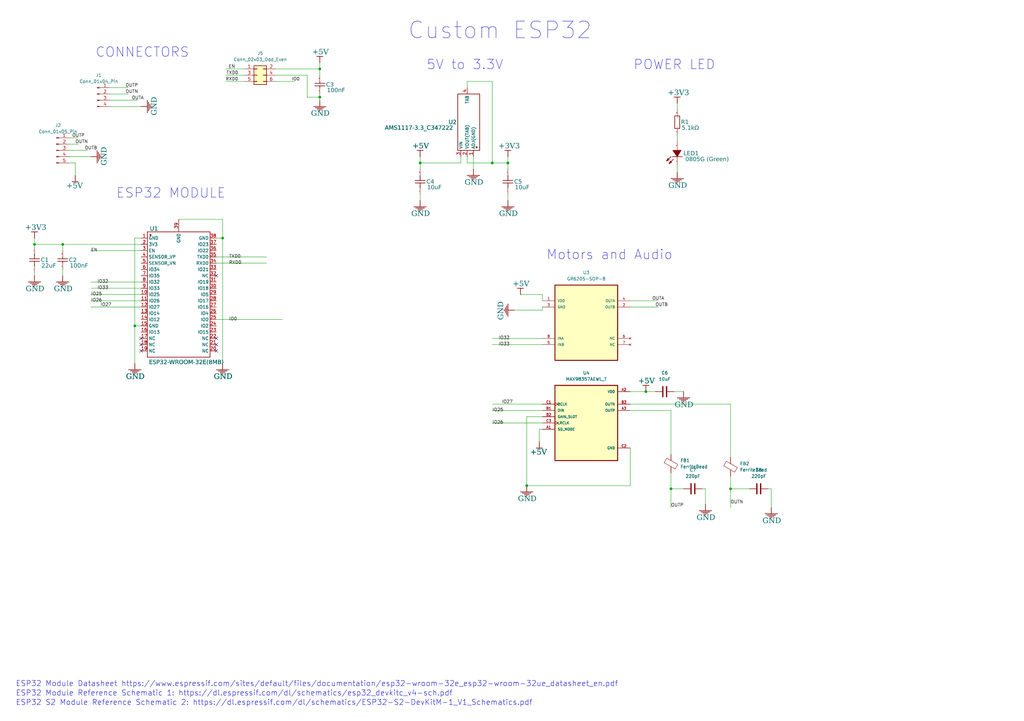
<source format=kicad_sch>
(kicad_sch (version 20231120) (generator "eeschema") (generator_version "8.0")
  (paper "User" 414.782 292.227)
  (lib_symbols
    (symbol "+3V3" (power) (pin_numbers hide) (pin_names hide)
      (property "Value" "+3V3" (at 0 3.81 0))
      (symbol "+3V3_0_0"
        (polyline (pts (xy -1.27 -2.54) (xy 1.27 -2.54)) (stroke (width 0.254)))
        (polyline (pts (xy 0 0) (xy 0 -2.54)) (stroke (width 0.254)))
        (pin power_in line (at 0 0 270) (length 0) (name "+3V3") (number "1"))
      )
    )
    (symbol "+5V" (power) (pin_numbers hide) (pin_names hide)
      (property "Value" "+5V" (at 0 3.81 0))
      (symbol "+5V_0_0"
        (polyline (pts (xy -1.27 -2.54) (xy 1.27 -2.54)) (stroke (width 0.254)))
        (polyline (pts (xy 0 0) (xy 0 -2.54)) (stroke (width 0.254)))
        (pin power_in line (at 0 0 270) (length 0) (name "+5V") (number "1"))
      )
    )
    (symbol "0402WGF5101TCE"
      (property "Reference" "R1" (at 1.524 0.8763 0))
      (property "Value" "5.1kΩ" (at 1.524 -1.4097 0))
      (symbol "0402WGF5101TCE_0_0"
        (rectangle (start -1.016 2.54) (end 1.016 -2.54) (stroke (width 0.254)))
        (pin input line (at 0 -5.08 90) (length 2.54) (name "1") (number "1"))
        (pin input line (at 0 5.08 270) (length 2.54) (name "2") (number "2"))
      )
    )
    (symbol "0805G (Green)"
      (property "Reference" "LED1" (at 2.54 0.9017 0))
      (property "Value" "0805G (Green)" (at 2.54 -1.4097 0))
      (symbol "0805G (Green)_0_0"
        (polyline (pts (xy -2.54 -1.27) (xy -4.318 -3.048)) (stroke (width 0.254)))
        (polyline (pts (xy -2.032 -1.27) (xy 2.032 -1.27)) (stroke (width 0.254)))
        (polyline (pts (xy -1.524 -2.286) (xy -3.302 -4.064)) (stroke (width 0.254)))
        (polyline (pts (xy -4.318 -3.048) (xy -3.81 -2.032) (xy -3.302 -2.54) (xy -4.318 -3.048)) (stroke (width 0.254)) (fill (type outline)))
        (polyline (pts (xy -3.302 -4.064) (xy -2.794 -3.048) (xy -2.286 -3.556) (xy -3.302 -4.064)) (stroke (width 0.254)) (fill (type outline)))
        (polyline (pts (xy 1.524 1.27) (xy 0 -1.27) (xy -1.778 1.27) (xy 1.524 1.27)) (stroke (width 0.254)) (fill (type outline)))
        (pin unspecified line (at 0 -5.08 90) (length 3.81) (name "K") (number "1"))
        (pin unspecified line (at 0 5.08 270) (length 3.81) (name "A") (number "2"))
      )
    )
    (symbol "AMS1117-3.3_C347222"
      (property "Reference" "U1" (at -4.318 -0.4191 0))
      (property "Value" "AMS1117-3.3_C347222" (at -4.318 -2.6543 0))
      (symbol "AMS1117-3.3_C347222_0_0"
        (rectangle (start -3.81 10.16) (end 5.08 -12.7) (stroke (width 0.254)))
        (circle (center 3.81 -11.43) (radius 0.254) (stroke (width 0.254)) (fill (type outline)))
        (pin unspecified line (at 2.54 -15.24 90) (length 2.54) (name "ADJ(GND)") (number "1"))
        (pin unspecified line (at 0 -15.24 90) (length 2.54) (name "VOUT(TAB)") (number "2"))
        (pin unspecified line (at -2.54 -15.24 90) (length 2.54) (name "VIN") (number "3"))
        (pin unspecified line (at 0 12.7 270) (length 2.54) (name "TAB") (number "4"))
      )
    )
    (symbol "CL05A106MP5NUNC_C315248"
      (property "Reference" "C1" (at 2.54 0.8509 0))
      (property "Value" "10uF" (at 2.54 -1.3843 0))
      (symbol "CL05A106MP5NUNC_C315248_0_0"
        (polyline (pts (xy -2.032 0.508) (xy 2.032 0.508)) (stroke (width 0.254)))
        (polyline (pts (xy 0 -0.508) (xy 0 -2.54)) (stroke (width 0.254)))
        (polyline (pts (xy 0 2.54) (xy 0 0.508)) (stroke (width 0.254)))
        (polyline (pts (xy 2.032 -0.508) (xy -2.032 -0.508)) (stroke (width 0.254)))
        (pin unspecified line (at 0 -5.08 90) (length 2.54) (name "1") (number "1"))
        (pin unspecified line (at 0 5.08 270) (length 2.54) (name "2") (number "2"))
      )
    )
    (symbol "CL05A106MP5NUNC_C315248_1"
      (property "Reference" "C2" (at 2.54 0.8509 0))
      (property "Value" "10uF" (at 2.54 -1.3843 0))
      (symbol "CL05A106MP5NUNC_C315248_1_0_0"
        (polyline (pts (xy -2.032 0.508) (xy 2.032 0.508)) (stroke (width 0.254)))
        (polyline (pts (xy 0 -0.508) (xy 0 -2.54)) (stroke (width 0.254)))
        (polyline (pts (xy 0 2.54) (xy 0 0.508)) (stroke (width 0.254)))
        (polyline (pts (xy 2.032 -0.508) (xy -2.032 -0.508)) (stroke (width 0.254)))
        (pin unspecified line (at 0 -5.08 90) (length 2.54) (name "1") (number "1"))
        (pin unspecified line (at 0 5.08 270) (length 2.54) (name "2") (number "2"))
      )
    )
    (symbol "CL05B104KO5NNNC_1"
      (property "Reference" "C11" (at 2.54 0.8509 0))
      (property "Value" "100nF" (at 2.54 -1.3843 0))
      (symbol "CL05B104KO5NNNC_1_0_0"
        (polyline (pts (xy -2.032 -0.508) (xy 2.032 -0.508)) (stroke (width 0.254)))
        (polyline (pts (xy -2.032 0.508) (xy 2.032 0.508)) (stroke (width 0.254)))
        (polyline (pts (xy 0 -1.27) (xy 0 -0.508)) (stroke (width 0.254)))
        (polyline (pts (xy 0 0.508) (xy 0 1.27)) (stroke (width 0.254)))
        (pin input line (at 0 -3.81 90) (length 2.54) (name "1") (number "1"))
        (pin input line (at 0 3.81 270) (length 2.54) (name "2") (number "2"))
      )
    )
    (symbol "CL05B104KO5NNNC_5"
      (property "Reference" "C12" (at 2.54 0.8509 0))
      (property "Value" "100nF" (at 2.54 -1.3843 0))
      (symbol "CL05B104KO5NNNC_5_0_0"
        (polyline (pts (xy -2.032 -0.508) (xy 2.032 -0.508)) (stroke (width 0.254)))
        (polyline (pts (xy -2.032 0.508) (xy 2.032 0.508)) (stroke (width 0.254)))
        (polyline (pts (xy 0 -1.27) (xy 0 -0.508)) (stroke (width 0.254)))
        (polyline (pts (xy 0 0.508) (xy 0 1.27)) (stroke (width 0.254)))
        (pin input line (at 0 -3.81 90) (length 2.54) (name "1") (number "1"))
        (pin input line (at 0 3.81 270) (length 2.54) (name "2") (number "2"))
      )
    )
    (symbol "CL21A226MAYNNNE"
      (property "Reference" "C10" (at 2.54 0.8763 0))
      (property "Value" "22uF" (at 2.54 -1.4097 0))
      (symbol "CL21A226MAYNNNE_0_0"
        (polyline (pts (xy -2.032 0.508) (xy 2.032 0.508)) (stroke (width 0.254)))
        (polyline (pts (xy 0 -0.508) (xy 0 -2.54)) (stroke (width 0.254)))
        (polyline (pts (xy 0 2.54) (xy 0 0.508)) (stroke (width 0.254)))
        (polyline (pts (xy 2.032 -0.508) (xy -2.032 -0.508)) (stroke (width 0.254)))
        (pin unspecified line (at 0 -5.08 90) (length 2.54) (name "1") (number "1"))
        (pin unspecified line (at 0 5.08 270) (length 2.54) (name "2") (number "2"))
      )
    )
    (symbol "Connector:Conn_01x04_Pin" (pin_names (offset 1.016) hide)
      (property "Reference" "J" (at 0 5.08 0))
      (property "Value" "Conn_01x04_Pin" (at 0 -7.62 0))
      (symbol "Conn_01x04_Pin_1_1"
        (polyline (pts (xy 1.27 -5.08) (xy 0.8636 -5.08)) (stroke (width 0.1524)))
        (polyline (pts (xy 1.27 -2.54) (xy 0.8636 -2.54)) (stroke (width 0.1524)))
        (polyline (pts (xy 1.27 0) (xy 0.8636 0)) (stroke (width 0.1524)))
        (polyline (pts (xy 1.27 2.54) (xy 0.8636 2.54)) (stroke (width 0.1524)))
        (rectangle (start 0.8636 -4.953) (end 0 -5.207) (stroke (width 0.1524)) (fill (type outline)))
        (rectangle (start 0.8636 -2.413) (end 0 -2.667) (stroke (width 0.1524)) (fill (type outline)))
        (rectangle (start 0.8636 0.127) (end 0 -0.127) (stroke (width 0.1524)) (fill (type outline)))
        (rectangle (start 0.8636 2.667) (end 0 2.413) (stroke (width 0.1524)) (fill (type outline)))
        (pin passive line (at 5.08 2.54 180) (length 3.81) (name "Pin_1") (number "1"))
        (pin passive line (at 5.08 0 180) (length 3.81) (name "Pin_2") (number "2"))
        (pin passive line (at 5.08 -2.54 180) (length 3.81) (name "Pin_3") (number "3"))
        (pin passive line (at 5.08 -5.08 180) (length 3.81) (name "Pin_4") (number "4"))
      )
    )
    (symbol "Connector:Conn_01x05_Pin" (pin_names (offset 1.016) hide)
      (property "Reference" "J" (at 0 7.62 0))
      (property "Value" "Conn_01x05_Pin" (at 0 -7.62 0))
      (symbol "Conn_01x05_Pin_1_1"
        (polyline (pts (xy 1.27 -5.08) (xy 0.8636 -5.08)) (stroke (width 0.1524)))
        (polyline (pts (xy 1.27 -2.54) (xy 0.8636 -2.54)) (stroke (width 0.1524)))
        (polyline (pts (xy 1.27 0) (xy 0.8636 0)) (stroke (width 0.1524)))
        (polyline (pts (xy 1.27 2.54) (xy 0.8636 2.54)) (stroke (width 0.1524)))
        (polyline (pts (xy 1.27 5.08) (xy 0.8636 5.08)) (stroke (width 0.1524)))
        (rectangle (start 0.8636 -4.953) (end 0 -5.207) (stroke (width 0.1524)) (fill (type outline)))
        (rectangle (start 0.8636 -2.413) (end 0 -2.667) (stroke (width 0.1524)) (fill (type outline)))
        (rectangle (start 0.8636 0.127) (end 0 -0.127) (stroke (width 0.1524)) (fill (type outline)))
        (rectangle (start 0.8636 2.667) (end 0 2.413) (stroke (width 0.1524)) (fill (type outline)))
        (rectangle (start 0.8636 5.207) (end 0 4.953) (stroke (width 0.1524)) (fill (type outline)))
        (pin passive line (at 5.08 5.08 180) (length 3.81) (name "Pin_1") (number "1"))
        (pin passive line (at 5.08 2.54 180) (length 3.81) (name "Pin_2") (number "2"))
        (pin passive line (at 5.08 0 180) (length 3.81) (name "Pin_3") (number "3"))
        (pin passive line (at 5.08 -2.54 180) (length 3.81) (name "Pin_4") (number "4"))
        (pin passive line (at 5.08 -5.08 180) (length 3.81) (name "Pin_5") (number "5"))
      )
    )
    (symbol "Connector_Generic:Conn_02x03_Odd_Even" (pin_names (offset 1.016) hide)
      (property "Reference" "J" (at 1.27 5.08 0))
      (property "Value" "Conn_02x03_Odd_Even" (at 1.27 -5.08 0))
      (symbol "Conn_02x03_Odd_Even_1_1"
        (rectangle (start -1.27 -2.413) (end 0 -2.667) (stroke (width 0.1524)))
        (rectangle (start -1.27 0.127) (end 0 -0.127) (stroke (width 0.1524)))
        (rectangle (start -1.27 2.667) (end 0 2.413) (stroke (width 0.1524)))
        (rectangle (start -1.27 3.81) (end 3.81 -3.81) (stroke (width 0.254)) (fill (type background)))
        (rectangle (start 3.81 -2.413) (end 2.54 -2.667) (stroke (width 0.1524)))
        (rectangle (start 3.81 0.127) (end 2.54 -0.127) (stroke (width 0.1524)))
        (rectangle (start 3.81 2.667) (end 2.54 2.413) (stroke (width 0.1524)))
        (pin passive line (at -5.08 2.54 0) (length 3.81) (name "Pin_1") (number "1"))
        (pin passive line (at 7.62 2.54 180) (length 3.81) (name "Pin_2") (number "2"))
        (pin passive line (at -5.08 0 0) (length 3.81) (name "Pin_3") (number "3"))
        (pin passive line (at 7.62 0 180) (length 3.81) (name "Pin_4") (number "4"))
        (pin passive line (at -5.08 -2.54 0) (length 3.81) (name "Pin_5") (number "5"))
        (pin passive line (at 7.62 -2.54 180) (length 3.81) (name "Pin_6") (number "6"))
      )
    )
    (symbol "Device:C" (pin_numbers hide) (pin_names (offset 0.254))
      (property "Reference" "C" (at 0.635 2.54 0))
      (property "Value" "C" (at 0.635 -2.54 0))
      (symbol "C_0_1"
        (polyline (pts (xy -2.032 -0.762) (xy 2.032 -0.762)) (stroke (width 0.508)))
        (polyline (pts (xy -2.032 0.762) (xy 2.032 0.762)) (stroke (width 0.508)))
      )
      (symbol "C_1_1"
        (pin passive line (at 0 3.81 270) (length 2.794) (name "~") (number "1"))
        (pin passive line (at 0 -3.81 90) (length 2.794) (name "~") (number "2"))
      )
    )
    (symbol "Device:FerriteBead" (pin_numbers hide) (pin_names (offset 0))
      (property "Reference" "FB" (at -3.81 0.635 90))
      (property "Value" "FerriteBead" (at 3.81 0 90))
      (symbol "FerriteBead_0_1"
        (polyline (pts (xy 0 -1.27) (xy 0 -1.2192)))
        (polyline (pts (xy 0 1.27) (xy 0 1.2954)))
        (polyline (pts (xy -2.7686 0.4064) (xy -1.7018 2.2606) (xy 2.7686 -0.3048) (xy 1.6764 -2.159) (xy -2.7686 0.4064)))
      )
      (symbol "FerriteBead_1_1"
        (pin passive line (at 0 3.81 270) (length 2.54) (name "~") (number "1"))
        (pin passive line (at 0 -3.81 90) (length 2.54) (name "~") (number "2"))
      )
    )
    (symbol "ESP32-WROOM-32E(8MB)"
      (property "Reference" "U3" (at -11.6586 30.0609 0))
      (property "Value" "ESP32-WROOM-32E(8MB)" (at -13.843 -23.9903 0))
      (symbol "ESP32-WROOM-32E(8MB)_0_0"
        (rectangle (start -12.7 27.94) (end 12.7 -22.86) (stroke (width 0.254)))
        (circle (center -11.43 26.67) (radius 0.254) (stroke (width 0.254)) (fill (type outline)))
        (pin unspecified line (at -15.24 25.4 0) (length 2.54) (name "GND") (number "1"))
        (pin unspecified line (at -15.24 2.54 0) (length 2.54) (name "IO25") (number "10"))
        (pin unspecified line (at -15.24 0 0) (length 2.54) (name "IO26") (number "11"))
        (pin unspecified line (at -15.24 -2.54 0) (length 2.54) (name "IO27") (number "12"))
        (pin unspecified line (at -15.24 -5.08 0) (length 2.54) (name "IO14") (number "13"))
        (pin unspecified line (at -15.24 -7.62 0) (length 2.54) (name "IO12") (number "14"))
        (pin unspecified line (at -15.24 -10.16 0) (length 2.54) (name "GND") (number "15"))
        (pin unspecified line (at -15.24 -12.7 0) (length 2.54) (name "IO13") (number "16"))
        (pin unspecified line (at -15.24 -15.24 0) (length 2.54) (name "NC") (number "17"))
        (pin unspecified line (at -15.24 -17.78 0) (length 2.54) (name "NC") (number "18"))
        (pin unspecified line (at -15.24 -20.32 0) (length 2.54) (name "NC") (number "19"))
        (pin unspecified line (at -15.24 22.86 0) (length 2.54) (name "3V3") (number "2"))
        (pin unspecified line (at 15.24 -20.32 180) (length 2.54) (name "NC") (number "20"))
        (pin unspecified line (at 15.24 -17.78 180) (length 2.54) (name "NC") (number "21"))
        (pin unspecified line (at 15.24 -15.24 180) (length 2.54) (name "NC") (number "22"))
        (pin unspecified line (at 15.24 -12.7 180) (length 2.54) (name "IO15") (number "23"))
        (pin unspecified line (at 15.24 -10.16 180) (length 2.54) (name "IO2") (number "24"))
        (pin unspecified line (at 15.24 -7.62 180) (length 2.54) (name "IO0") (number "25"))
        (pin unspecified line (at 15.24 -5.08 180) (length 2.54) (name "IO4") (number "26"))
        (pin unspecified line (at 15.24 -2.54 180) (length 2.54) (name "IO16") (number "27"))
        (pin unspecified line (at 15.24 0 180) (length 2.54) (name "IO17") (number "28"))
        (pin unspecified line (at 15.24 2.54 180) (length 2.54) (name "IO5") (number "29"))
        (pin unspecified line (at -15.24 20.32 0) (length 2.54) (name "EN") (number "3"))
        (pin unspecified line (at 15.24 5.08 180) (length 2.54) (name "IO18") (number "30"))
        (pin unspecified line (at 15.24 7.62 180) (length 2.54) (name "IO19") (number "31"))
        (pin unspecified line (at 15.24 10.16 180) (length 2.54) (name "NC") (number "32"))
        (pin unspecified line (at 15.24 12.7 180) (length 2.54) (name "IO21") (number "33"))
        (pin unspecified line (at 15.24 15.24 180) (length 2.54) (name "RXD0") (number "34"))
        (pin unspecified line (at 15.24 17.78 180) (length 2.54) (name "TXD0") (number "35"))
        (pin unspecified line (at 15.24 20.32 180) (length 2.54) (name "IO22") (number "36"))
        (pin unspecified line (at 15.24 22.86 180) (length 2.54) (name "IO23") (number "37"))
        (pin unspecified line (at 15.24 25.4 180) (length 2.54) (name "GND") (number "38"))
        (pin unspecified line (at 0 33.02 270) (length 5.08) (name "GND") (number "39"))
        (pin unspecified line (at -15.24 17.78 0) (length 2.54) (name "SENSOR_VP") (number "4"))
        (pin unspecified line (at -15.24 15.24 0) (length 2.54) (name "SENSOR_VN") (number "5"))
        (pin unspecified line (at -15.24 12.7 0) (length 2.54) (name "IO34") (number "6"))
        (pin unspecified line (at -15.24 10.16 0) (length 2.54) (name "IO35") (number "7"))
        (pin unspecified line (at -15.24 7.62 0) (length 2.54) (name "IO32") (number "8"))
        (pin unspecified line (at -15.24 5.08 0) (length 2.54) (name "IO33") (number "9"))
      )
    )
    (symbol "GND" (power) (pin_numbers hide) (pin_names hide)
      (property "Value" "GND" (at 0 6.35 0))
      (symbol "GND_0_0"
        (polyline (pts (xy -2.54 -2.54) (xy 2.54 -2.54)) (stroke (width 0.254)))
        (polyline (pts (xy -1.778 -3.048) (xy 1.778 -3.048)) (stroke (width 0.254)))
        (polyline (pts (xy -1.016 -3.556) (xy 1.016 -3.556)) (stroke (width 0.254)))
        (polyline (pts (xy -0.254 -4.064) (xy 0.254 -4.064)) (stroke (width 0.254)))
        (polyline (pts (xy 0 0) (xy 0 -2.54)) (stroke (width 0.254)))
        (pin power_in line (at 0 0 270) (length 0) (name "GND") (number "1"))
      )
    )
    (symbol "GR6205-SOP-8:GR6205-SOP-8" (pin_names (offset 1.016))
      (property "Reference" "U" (at -5.4943 14.9312 0))
      (property "Value" "GR6205-SOP-8" (at -3.0235 -20.8853 0))
      (symbol "GR6205-SOP-8_0_0"
        (rectangle (start -12.7 12.7) (end 12.7 -17.78) (stroke (width 0.4064)) (fill (type background)))
      )
      (symbol "GR6205-SOP-8_1_0"
        (pin power_in line (at -17.78 6.35 0) (length 5.08) (name "VDD") (number "1"))
        (pin output line (at 17.78 3.81 180) (length 5.08) (name "OUTB") (number "2"))
        (pin power_in line (at -17.78 3.81 0) (length 5.08) (name "GND") (number "3"))
        (pin output line (at 17.78 6.35 180) (length 5.08) (name "OUTA") (number "4"))
        (pin input line (at -17.78 -11.43 0) (length 5.08) (name "INB") (number "5"))
        (pin no_connect line (at 17.78 -8.89 180) (length 5.08) (name "NC") (number "6"))
        (pin no_connect line (at 17.78 -11.43 180) (length 5.08) (name "NC") (number "7"))
        (pin input line (at -17.78 -8.89 0) (length 5.08) (name "INA") (number "8"))
      )
    )
    (symbol "MAX98357AEWL_T:MAX98357AEWL_T" (pin_names (offset 1.016))
      (property "Reference" "U" (at -12.7 16.24 0))
      (property "Value" "MAX98357AEWL_T" (at -12.7 -19.24 0))
      (symbol "MAX98357AEWL_T_0_0"
        (rectangle (start -12.7 -15.24) (end 12.7 15.24) (stroke (width 0.41)) (fill (type background)))
        (pin input line (at -17.78 -2.54 0) (length 5.08) (name "SD_MODE") (number "A1"))
        (pin power_in line (at 17.78 12.7 180) (length 5.08) (name "VDD") (number "A2"))
        (pin output line (at 17.78 5.08 180) (length 5.08) (name "OUTP") (number "A3"))
        (pin input line (at -17.78 5.08 0) (length 5.08) (name "DIN") (number "B1"))
        (pin input line (at -17.78 2.54 0) (length 5.08) (name "GAIN_SLOT") (number "B2"))
        (pin output line (at 17.78 7.62 180) (length 5.08) (name "OUTN") (number "B3"))
        (pin input clock (at -17.78 7.62 0) (length 5.08) (name "BCLK") (number "C1"))
        (pin power_in line (at 17.78 -10.16 180) (length 5.08) (name "GND") (number "C2"))
        (pin input clock (at -17.78 0 0) (length 5.08) (name "LRCLK") (number "C3"))
      )
    )
  )
  (junction (at 205.74 66.04))
  (junction (at 25.4 99.06))
  (junction (at 170.18 66.04))
  (junction (at 54.61 132.08))
  (junction (at 129.54 39.37))
  (junction (at 271.78 198.12))
  (junction (at 90.17 96.52))
  (junction (at 199.39 66.04))
  (junction (at 13.97 99.06))
  (junction (at 213.36 196.85))
  (junction (at 295.91 198.12))
  (junction (at 261.62 158.75))
  (junction (at 129.54 27.94))
  (no_connect (at 87.63 137.16))
  (no_connect (at 57.15 137.16))
  (no_connect (at 57.15 139.7))
  (no_connect (at 57.15 142.24))
  (no_connect (at 87.63 142.24))
  (no_connect (at 87.63 139.7))
  (no_connect (at 87.63 111.76))
  (wire (pts (xy 129.54 25.4) (xy 129.54 27.94)))
  (wire (pts (xy 189.23 35.56) (xy 189.23 33.02)))
  (wire (pts (xy 208.28 125.73) (xy 219.71 125.73)))
  (wire (pts (xy 129.54 27.94) (xy 129.54 30.48)))
  (wire (pts (xy 170.18 66.04) (xy 170.18 63.5)))
  (wire (pts (xy 25.4 101.6) (xy 25.4 99.06)))
  (wire (pts (xy 219.71 119.38) (xy 219.71 121.92)))
  (wire (pts (xy 219.71 171.45) (xy 199.39 171.45)))
  (wire (pts (xy 124.46 39.37) (xy 129.54 39.37)))
  (wire (pts (xy 170.18 78.74) (xy 170.18 81.28)))
  (wire (pts (xy 91.44 33.02) (xy 99.06 33.02)))
  (wire (pts (xy 199.39 139.7) (xy 219.71 139.7)))
  (wire (pts (xy 13.97 110.49) (xy 13.97 111.76)))
  (wire (pts (xy 271.78 166.37) (xy 271.78 184.15)))
  (wire (pts (xy 44.45 35.56) (xy 52.07 35.56)))
  (wire (pts (xy 35.56 60.96) (xy 27.94 60.96)))
  (wire (pts (xy 107.95 104.14) (xy 87.63 104.14)))
  (wire (pts (xy 273.05 158.75) (xy 276.86 158.75)))
  (wire (pts (xy 261.62 158.75) (xy 265.43 158.75)))
  (wire (pts (xy 111.76 33.02) (xy 119.38 33.02)))
  (wire (pts (xy 25.4 99.06) (xy 13.97 99.06)))
  (wire (pts (xy 274.32 67.31) (xy 274.32 69.85)))
  (wire (pts (xy 44.45 40.64) (xy 55.88 40.64)))
  (wire (pts (xy 205.74 78.74) (xy 205.74 81.28)))
  (wire (pts (xy 111.76 30.48) (xy 124.46 30.48)))
  (wire (pts (xy 295.91 198.12) (xy 303.53 198.12)))
  (wire (pts (xy 199.39 66.04) (xy 189.23 66.04)))
  (wire (pts (xy 107.95 106.68) (xy 87.63 106.68)))
  (wire (pts (xy 213.36 168.91) (xy 213.36 196.85)))
  (wire (pts (xy 27.94 55.88) (xy 31.75 55.88)))
  (wire (pts (xy 205.74 68.58) (xy 205.74 66.04)))
  (wire (pts (xy 129.54 39.37) (xy 129.54 40.64)))
  (wire (pts (xy 27.94 58.42) (xy 31.75 58.42)))
  (wire (pts (xy 271.78 198.12) (xy 276.86 198.12)))
  (wire (pts (xy 210.82 119.38) (xy 219.71 119.38)))
  (wire (pts (xy 13.97 99.06) (xy 13.97 100.33)))
  (wire (pts (xy 13.97 96.52) (xy 13.97 99.06)))
  (wire (pts (xy 186.69 66.04) (xy 170.18 66.04)))
  (wire (pts (xy 271.78 198.12) (xy 271.78 205.74)))
  (wire (pts (xy 219.71 137.16) (xy 199.39 137.16)))
  (wire (pts (xy 57.15 124.46) (xy 36.83 124.46)))
  (wire (pts (xy 311.15 198.12) (xy 312.42 198.12)))
  (wire (pts (xy 90.17 88.9) (xy 90.17 96.52)))
  (wire (pts (xy 218.44 173.99) (xy 219.71 173.99)))
  (wire (pts (xy 57.15 119.38) (xy 36.83 119.38)))
  (wire (pts (xy 57.15 99.06) (xy 25.4 99.06)))
  (wire (pts (xy 266.7 124.46) (xy 255.27 124.46)))
  (wire (pts (xy 219.71 166.37) (xy 199.39 166.37)))
  (wire (pts (xy 255.27 166.37) (xy 271.78 166.37)))
  (wire (pts (xy 91.44 27.94) (xy 99.06 27.94)))
  (wire (pts (xy 219.71 168.91) (xy 213.36 168.91)))
  (wire (pts (xy 191.77 63.5) (xy 191.77 68.58)))
  (wire (pts (xy 90.17 96.52) (xy 90.17 147.32)))
  (wire (pts (xy 219.71 163.83) (xy 199.39 163.83)))
  (wire (pts (xy 129.54 38.1) (xy 129.54 39.37)))
  (wire (pts (xy 54.61 96.52) (xy 54.61 132.08)))
  (wire (pts (xy 189.23 33.02) (xy 199.39 33.02)))
  (wire (pts (xy 295.91 198.12) (xy 295.91 205.74)))
  (wire (pts (xy 54.61 132.08) (xy 54.61 147.32)))
  (wire (pts (xy 44.45 43.18) (xy 57.15 43.18)))
  (wire (pts (xy 87.63 96.52) (xy 90.17 96.52)))
  (wire (pts (xy 295.91 163.83) (xy 295.91 185.42)))
  (wire (pts (xy 72.39 88.9) (xy 90.17 88.9)))
  (wire (pts (xy 312.42 198.12) (xy 312.42 205.74)))
  (wire (pts (xy 205.74 63.5) (xy 205.74 66.04)))
  (wire (pts (xy 111.76 27.94) (xy 129.54 27.94)))
  (wire (pts (xy 271.78 191.77) (xy 271.78 198.12)))
  (wire (pts (xy 57.15 101.6) (xy 36.83 101.6)))
  (wire (pts (xy 57.15 116.84) (xy 36.83 116.84)))
  (wire (pts (xy 114.3 129.54) (xy 87.63 129.54)))
  (wire (pts (xy 186.69 63.5) (xy 186.69 66.04)))
  (wire (pts (xy 274.32 54.61) (xy 274.32 57.15)))
  (wire (pts (xy 255.27 121.92) (xy 266.7 121.92)))
  (wire (pts (xy 57.15 96.52) (xy 54.61 96.52)))
  (wire (pts (xy 91.44 30.48) (xy 99.06 30.48)))
  (wire (pts (xy 218.44 179.07) (xy 218.44 173.99)))
  (wire (pts (xy 255.27 163.83) (xy 295.91 163.83)))
  (wire (pts (xy 219.71 125.73) (xy 219.71 124.46)))
  (wire (pts (xy 27.94 66.04) (xy 30.48 66.04)))
  (wire (pts (xy 295.91 193.04) (xy 295.91 198.12)))
  (wire (pts (xy 189.23 66.04) (xy 189.23 63.5)))
  (wire (pts (xy 44.45 38.1) (xy 52.07 38.1)))
  (wire (pts (xy 205.74 66.04) (xy 199.39 66.04)))
  (wire (pts (xy 213.36 196.85) (xy 255.27 196.85)))
  (wire (pts (xy 57.15 114.3) (xy 36.83 114.3)))
  (wire (pts (xy 199.39 33.02) (xy 199.39 66.04)))
  (wire (pts (xy 285.75 198.12) (xy 285.75 204.47)))
  (wire (pts (xy 170.18 68.58) (xy 170.18 66.04)))
  (wire (pts (xy 255.27 181.61) (xy 255.27 196.85)))
  (wire (pts (xy 25.4 109.22) (xy 25.4 111.76)))
  (wire (pts (xy 284.48 198.12) (xy 285.75 198.12)))
  (wire (pts (xy 27.94 63.5) (xy 36.83 63.5)))
  (wire (pts (xy 274.32 44.45) (xy 274.32 41.91)))
  (wire (pts (xy 57.15 121.92) (xy 36.83 121.92)))
  (wire (pts (xy 57.15 132.08) (xy 54.61 132.08)))
  (wire (pts (xy 30.48 66.04) (xy 30.48 71.12)))
  (wire (pts (xy 124.46 30.48) (xy 124.46 39.37)))
  (wire (pts (xy 255.27 158.75) (xy 261.62 158.75)))
  (text "POWER LED" (at 256.54 24.0792 0) (effects (font (size 3.8608 3.8608)) (justify left top)))
  (text "Motors and Audio" (at 221.234 101.092 0) (effects (font (size 3.8608 3.8608)) (justify left top)))
  (text "Custom ESP32\n" (at 165.1 8.4836 0) (effects (font (size 6.7564 6.7564)) (justify left top)))
  (text "ESP32 Module Reference Schematic 1: https://dl.espressif.com/dl/schematics/esp32_devkitc_v4-sch.pdf" (at 6.35 279.7683 0) (effects (font (size 2.1717 2.1717)) (justify left top)))
  (text "ESP32 MODULE" (at 46.99 76.1492 0) (effects (font (size 3.8608 3.8608)) (justify left top)))
  (text "CONNECTORS" (at 38.608 19.05 0) (effects (font (size 3.8608 3.8608)) (justify left top)))
  (text "ESP32 Module Datasheet https://www.espressif.com/sites/default/files/documentation/esp32-wroom-32e_esp32-wroom-32ue_datasheet_en.pdf" (at 6.35 275.9583 0) (effects (font (size 2.1717 2.1717)) (justify left top)))
  (text "5V to 3.3V" (at 172.72 24.0792 0) (effects (font (size 3.8608 3.8608)) (justify left top)))
  (text "ESP32 S2 Module Reference Schematic 2: https://dl.espressif.com/dl/schematics/ESP32-S2-DevKitM-1_V1_Schematics.pdf" (at 6.35 283.5783 0) (effects (font (size 2.1717 2.1717)) (justify left top)))
  (label "TXD0" (at 96.52 30.48 180))
  (label "OUTA" (at 53.34 40.64 0))
  (label "IO27" (at 203.2 163.83 0))
  (label "IO33" (at 39.37 116.84 0))
  (label "IO25" (at 199.39 166.37 0))
  (label "OUTB" (at 34.29 60.96 0))
  (label "OUTP" (at 50.8 35.56 0))
  (label "EN" (at 95.25 27.94 180))
  (label "IO27" (at 40.64 124.46 0))
  (label "OUTN" (at 50.8 38.1 0))
  (label "OUTP" (at 29.21 55.88 0))
  (label "IO32" (at 39.37 114.3 0))
  (label "IO25" (at 36.83 119.38 0))
  (label "IO32" (at 201.93 137.16 0))
  (label "OUTN" (at 30.48 58.42 0))
  (label "OUTB" (at 265.43 124.46 0))
  (label "IO26" (at 36.83 121.92 0))
  (label "IO0" (at 92.71 129.54 0))
  (label "RXD0" (at 92.71 106.68 0))
  (label "OUTP" (at 271.78 205.74 0))
  (label "IO26" (at 199.39 171.45 0))
  (label "TXD0" (at 92.71 104.14 0))
  (label "IO0" (at 118.11 33.02 0))
  (label "RXD0" (at 96.52 33.02 180))
  (label "OUTA" (at 264.16 121.92 0))
  (label "OUTN" (at 295.91 204.47 0))
  (label "EN" (at 36.83 101.6 0))
  (label "IO33" (at 201.93 139.7 0))
  (symbol (lib_id "GND") (at 57.15 43.18 90) (unit 1)
    (property "Reference" "#PWR0102" (effects (hide yes)))
    (property "Value" "GND" (at 63.754 46.482 0) (effects (font (size 2.1717 2.1717)) (justify left bottom)))
    (property "Description" "Power symbol creates a global label with name 'GND'" (effects (hide yes)))
  )
  (symbol (lib_id "MAX98357AEWL_T:MAX98357AEWL_T") (at 237.49 171.45 0) (unit 1)
    (property "Reference" "U4" (at 237.49 151.13 0))
    (property "Value" "MAX98357AEWL_T" (at 237.49 153.67 0))
    (property "Footprint" "MAX98357AEWL_T:BGA9N40P3X3_134X143X69N" (effects (hide yes)))
    (property "MF" "Analog Devices" (effects (hide yes)))
    (property "Description_1" "\n                        \n                            Tiny, Low-Cost, PCM Class D Amplifier with Class AB Performance\n                        \n" (effects (hide yes)))
    (property "Package" "WLP-9 Maxim" (effects (hide yes)))
    (property "Price" "None" (effects (hide yes)))
    (property "SnapEDA_Link" "https://www.snapeda.com/parts/MAX98357AEWL+T/Analog+Devices/view-part/?ref=snap" (effects (hide yes)))
    (property "MP" "MAX98357AEWL+T" (effects (hide yes)))
    (property "Availability" "In Stock" (effects (hide yes)))
    (property "Check_prices" "https://www.snapeda.com/parts/MAX98357AEWL+T/Analog+Devices/view-part/?ref=eda" (effects (hide yes)))
  )
  (symbol (lib_id "0402WGF5101TCE") (at 274.32 49.53 0) (unit 1)
    (property "Reference" "R1" (at 275.844 48.6537 0) (effects (font (size 1.6891 1.6891)) (justify left top)))
    (property "Value" "5.1kΩ" (at 275.844 50.9397 0) (effects (font (size 1.6891 1.6891)) (justify left top)))
    (property "Footprint" "5-1-ohm-resistor:RES_ERJ2RKF5101X" (effects (hide yes)))
    (property "Manufacturer Part" "0402WGF5101TCE" (effects (hide yes)))
    (property "Manufacturer" "UniOhm" (effects (hide yes)))
    (property "Supplier Part" "C25905" (effects (hide yes)))
    (property "Supplier" "LCSC" (effects (hide yes)))
  )
  (symbol (lib_id "GND") (at 90.17 147.32 0) (unit 1)
    (property "Reference" "#PWR0117" (effects (hide yes)))
    (property "Value" "GND" (at 86.868 153.924 0) (effects (font (size 2.1717 2.1717)) (justify left bottom)))
    (property "Description" "Power symbol creates a global label with name 'GND'" (effects (hide yes)))
  )
  (symbol (lib_id "+5V") (at 261.62 158.75 0) (mirror x) (unit 1)
    (property "Reference" "#PWR0108" (effects (hide yes)))
    (property "Value" "+5V" (at 258.3688 155.7274 0) (effects (font (size 2.1717 2.1717)) (justify left top)))
    (property "Description" "Power symbol creates a global label with name '+5V'" (effects (hide yes)))
  )
  (symbol (lib_id "Device:C") (at 269.24 158.75 90) (unit 1)
    (property "Reference" "C6" (at 269.24 151.13 90))
    (property "Value" "10uF" (at 269.24 153.67 90))
    (property "Footprint" "10 uF capacitor:CAPC1608X90N" (effects (hide yes)))
    (property "Description" "Unpolarized capacitor" (effects (hide yes)))
  )
  (symbol (lib_id "Device:FerriteBead") (at 295.91 189.23 0) (unit 1)
    (property "Reference" "FB2" (at 299.72 187.9091 0) (effects (justify left)))
    (property "Value" "FerriteBead" (at 299.72 190.4491 0) (effects (justify left)))
    (property "Footprint" "ferrite:0402ferritebead" (effects (hide yes)))
    (property "Description" "Ferrite bead" (effects (hide yes)))
  )
  (symbol (lib_id "GND") (at 54.61 147.32 0) (unit 1)
    (property "Reference" "#PWR0116" (effects (hide yes)))
    (property "Value" "GND" (at 51.308 153.924 0) (effects (font (size 2.1717 2.1717)) (justify left bottom)))
    (property "Description" "Power symbol creates a global label with name 'GND'" (effects (hide yes)))
  )
  (symbol (lib_id "+5V") (at 218.44 179.07 0) (mirror y) (unit 1)
    (property "Reference" "#PWR03" (effects (hide yes)))
    (property "Value" "+5V" (at 221.6912 182.0926 0) (effects (font (size 2.1717 2.1717)) (justify left top)))
    (property "Description" "Power symbol creates a global label with name '+5V'" (effects (hide yes)))
  )
  (symbol (lib_id "0805G (Green)") (at 274.32 62.23 0) (unit 1)
    (property "Reference" "LED1" (at 276.86 61.3283 0) (effects (font (size 1.6891 1.6891)) (justify left top)))
    (property "Value" "0805G (Green)" (at 276.86 63.6397 0) (effects (font (size 1.6891 1.6891)) (justify left top)))
    (property "Footprint" "KP-1608SURCK:LED_KP-1608SURCK" (effects (hide yes)))
    (property "Manufacturer Part" "0805G (Green)" (effects (hide yes)))
    (property "Manufacturer" "KENTO" (effects (hide yes)))
    (property "Supplier Part" "C2297" (effects (hide yes)))
    (property "Supplier" "LCSC" (effects (hide yes)))
  )
  (symbol (lib_id "GND") (at 191.77 68.58 0) (unit 1)
    (property "Reference" "#PWR0111" (effects (hide yes)))
    (property "Value" "GND" (at 188.468 75.184 0) (effects (font (size 2.1717 2.1717)) (justify left bottom)))
    (property "Description" "Power symbol creates a global label with name 'GND'" (effects (hide yes)))
  )
  (symbol (lib_id "GR6205-SOP-8:GR6205-SOP-8") (at 237.49 128.27 0) (unit 1)
    (property "Reference" "U3" (at 237.49 110.49 0))
    (property "Value" "GR6205-SOP-8" (at 237.49 113.03 0))
    (property "Footprint" "motor_driver:SOP127P780X200-8N" (effects (hide yes)))
    (property "MF" "Texas Instruments" (effects (hide yes)))
    (property "Description_1" "\n                        \n                            Dual, 30-V, 1-MHz, In to V+, JFET-input operational amplifier\n                        \n" (effects (hide yes)))
    (property "PACKAGE" "MSOP-8" (effects (hide yes)))
    (property "MPN" "TL062CPSR" (effects (hide yes)))
    (property "Price" "None" (effects (hide yes)))
    (property "Package" "SOP-8 Texas Instruments" (effects (hide yes)))
    (property "OC_FARNELL" "1236509" (effects (hide yes)))
    (property "SnapEDA_Link" "https://www.snapeda.com/parts/TL062CPSR/Texas+Instruments/view-part/?ref=snap" (effects (hide yes)))
    (property "MP" "TL062CPSR" (effects (hide yes)))
    (property "SUPPLIER" "TEXAS INSTRUMENTS" (effects (hide yes)))
    (property "OC_NEWARK" "13M5575" (effects (hide yes)))
    (property "Availability" "In Stock" (effects (hide yes)))
    (property "Check_prices" "https://www.snapeda.com/parts/TL062CPSR/Texas+Instruments/view-part/?ref=eda" (effects (hide yes)))
  )
  (symbol (lib_id "AMS1117-3.3_C347222") (at 189.23 48.26 0) (unit 1)
    (property "Reference" "U2" (at 184.912 48.6791 0) (effects (font (size 1.6891 1.6891)) (justify right top)))
    (property "Value" "AMS1117-3.3_C347222" (at 184.912 50.9143 0) (effects (font (size 1.6891 1.6891)) (justify right top)))
    (property "Footprint" "AMS1117-3.3:SOT229P700X180-4N" (effects (hide yes)))
    (property "Manufacturer Part" "AMS1117-3.3" (effects (hide yes)))
    (property "Manufacturer" "Youtai Semiconductor Co., Ltd." (effects (hide yes)))
    (property "Supplier Part" "C347222" (effects (hide yes)))
    (property "Supplier" "LCSC" (effects (hide yes)))
  )
  (symbol (lib_id "GND") (at 13.97 111.76 0) (unit 1)
    (property "Reference" "#PWR0115" (effects (hide yes)))
    (property "Value" "GND" (at 10.668 118.364 0) (effects (font (size 2.1717 2.1717)) (justify left bottom)))
    (property "Description" "Power symbol creates a global label with name 'GND'" (effects (hide yes)))
  )
  (symbol (lib_id "CL05A106MP5NUNC_C315248_1") (at 205.74 73.66 0) (unit 1)
    (property "Reference" "C5" (at 208.28 72.8091 0) (effects (font (size 1.6891 1.6891)) (justify left top)))
    (property "Value" "10uF" (at 208.28 75.0443 0) (effects (font (size 1.6891 1.6891)) (justify left top)))
    (property "Footprint" "10 uF capacitor:CAPC1608X90N" (effects (hide yes)))
    (property "Manufacturer Part" "CL05A106MP5NUNC" (effects (hide yes)))
    (property "Manufacturer" "Samsung Electro-Mechanics" (effects (hide yes)))
    (property "Supplier Part" "C315248" (effects (hide yes)))
    (property "Supplier" "LCSC" (effects (hide yes)))
  )
  (symbol (lib_id "CL05B104KO5NNNC_5") (at 129.54 34.29 0) (unit 1)
    (property "Reference" "C3" (at 132.08 33.4391 0) (effects (font (size 1.6891 1.6891)) (justify left top)))
    (property "Value" "100nF" (at 132.08 35.6743 0) (effects (font (size 1.6891 1.6891)) (justify left top)))
    (property "Footprint" "100 nF Capacitor:CAPC1005X55N" (effects (hide yes)))
    (property "Manufacturer Part" "CL05B104KO5NNNC" (effects (hide yes)))
    (property "Manufacturer" "SAMSUNG" (effects (hide yes)))
    (property "Supplier Part" "C1525" (effects (hide yes)))
    (property "Supplier" "LCSC" (effects (hide yes)))
  )
  (symbol (lib_id "ESP32-WROOM-32E(8MB)") (at 72.39 121.92 0) (unit 1)
    (property "Reference" "U1" (at 60.7314 91.8591 0) (effects (font (size 1.6891 1.6891)) (justify left top)))
    (property "Value" "ESP32-WROOM-32E(8MB)" (at 58.547 145.9103 0) (effects (font (size 1.6891 1.6891)) (justify left top)))
    (property "Footprint" "esp32:ESP32-WROOM-32E" (effects (hide yes)))
    (property "Manufacturer Part" "ESP32-WROOM-32E(8MB)" (effects (hide yes)))
    (property "Manufacturer" "Espressif Systems" (effects (hide yes)))
    (property "Supplier Part" "C701342" (effects (hide yes)))
    (property "Supplier" "LCSC" (effects (hide yes)))
  )
  (symbol (lib_id "Device:FerriteBead") (at 271.78 187.96 0) (unit 1)
    (property "Reference" "FB1" (at 275.59 186.6391 0) (effects (justify left)))
    (property "Value" "FerriteBead" (at 275.59 189.1791 0) (effects (justify left)))
    (property "Footprint" "ferrite:0402ferritebead" (effects (hide yes)))
    (property "Description" "Ferrite bead" (effects (hide yes)))
  )
  (symbol (lib_id "GND") (at 276.86 158.75 0) (unit 1)
    (property "Reference" "#PWR0109" (effects (hide yes)))
    (property "Value" "GND" (at 273.558 165.354 0) (effects (font (size 2.1717 2.1717)) (justify left bottom)))
    (property "Description" "Power symbol creates a global label with name 'GND'" (effects (hide yes)))
  )
  (symbol (lib_id "+5V") (at 170.18 63.5 0) (mirror x) (unit 1)
    (property "Reference" "#PWR0112" (effects (hide yes)))
    (property "Value" "+5V" (at 166.9288 60.4774 0) (effects (font (size 2.1717 2.1717)) (justify left top)))
    (property "Description" "Power symbol creates a global label with name '+5V'" (effects (hide yes)))
  )
  (symbol (lib_id "GND") (at 285.75 204.47 0) (unit 1)
    (property "Reference" "#PWR0106" (effects (hide yes)))
    (property "Value" "GND" (at 282.448 211.074 0) (effects (font (size 2.1717 2.1717)) (justify left bottom)))
    (property "Description" "Power symbol creates a global label with name 'GND'" (effects (hide yes)))
  )
  (symbol (lib_id "GND") (at 25.4 111.76 0) (unit 1)
    (property "Reference" "#PWR0114" (effects (hide yes)))
    (property "Value" "GND" (at 22.098 118.364 0) (effects (font (size 2.1717 2.1717)) (justify left bottom)))
    (property "Description" "Power symbol creates a global label with name 'GND'" (effects (hide yes)))
  )
  (symbol (lib_id "Device:C") (at 280.67 198.12 90) (unit 1)
    (property "Reference" "C7" (at 280.67 190.5 90))
    (property "Value" "220pF" (at 280.67 193.04 90))
    (property "Footprint" "220pF capacitor:CAPC1005X55N" (effects (hide yes)))
    (property "Description" "Unpolarized capacitor" (effects (hide yes)))
  )
  (symbol (lib_id "Connector:Conn_01x05_Pin") (at 22.86 60.96 0) (unit 1)
    (property "Reference" "J2" (at 23.495 50.8 0))
    (property "Value" "Conn_01x05_Pin" (at 23.495 53.34 0))
    (property "Footprint" "customlibrary:SolderWire-0.75sqmm_1x05_P4.8mm_D1.25mm_OD2.3mm" (effects (hide yes)))
    (property "Description" "Generic connector, single row, 01x05, script generated" (effects (hide yes)))
  )
  (symbol (lib_id "CL21A226MAYNNNE") (at 13.97 105.41 0) (unit 1)
    (property "Reference" "C1" (at 16.51 104.5337 0) (effects (font (size 1.6891 1.6891)) (justify left top)))
    (property "Value" "22uF" (at 16.51 106.8197 0) (effects (font (size 1.6891 1.6891)) (justify left top)))
    (property "Footprint" "22uF capacitor:CAPC1608X90N" (effects (hide yes)))
    (property "Manufacturer Part" "CL21A226MAYNNNE" (effects (hide yes)))
    (property "Manufacturer" "Samsung Electro-Mechanics" (effects (hide yes)))
    (property "Supplier Part" "C602037" (effects (hide yes)))
    (property "Supplier" "LCSC" (effects (hide yes)))
  )
  (symbol (lib_id "GND") (at 213.36 196.85 0) (unit 1)
    (property "Reference" "#PWR0110" (effects (hide yes)))
    (property "Value" "GND" (at 210.058 203.454 0) (effects (font (size 2.1717 2.1717)) (justify left bottom)))
    (property "Description" "Power symbol creates a global label with name 'GND'" (effects (hide yes)))
  )
  (symbol (lib_id "GND") (at 274.32 69.85 0) (unit 1)
    (property "Reference" "#PWR0119" (effects (hide yes)))
    (property "Value" "GND" (at 271.018 76.454 0) (effects (font (size 2.1717 2.1717)) (justify left bottom)))
    (property "Description" "Power symbol creates a global label with name 'GND'" (effects (hide yes)))
  )
  (symbol (lib_id "CL05A106MP5NUNC_C315248") (at 170.18 73.66 0) (unit 1)
    (property "Reference" "C4" (at 172.72 72.8091 0) (effects (font (size 1.6891 1.6891)) (justify left top)))
    (property "Value" "10uF" (at 172.72 75.0443 0) (effects (font (size 1.6891 1.6891)) (justify left top)))
    (property "Footprint" "10 uF capacitor:CAPC1608X90N" (effects (hide yes)))
    (property "Manufacturer Part" "CL05A106MP5NUNC" (effects (hide yes)))
    (property "Manufacturer" "Samsung Electro-Mechanics" (effects (hide yes)))
    (property "Supplier Part" "C315248" (effects (hide yes)))
    (property "Supplier" "LCSC" (effects (hide yes)))
  )
  (symbol (lib_id "GND") (at 205.74 81.28 0) (unit 1)
    (property "Reference" "#PWR0122" (effects (hide yes)))
    (property "Value" "GND" (at 202.438 87.884 0) (effects (font (size 2.1717 2.1717)) (justify left bottom)))
    (property "Description" "Power symbol creates a global label with name 'GND'" (effects (hide yes)))
  )
  (symbol (lib_id "Connector_Generic:Conn_02x03_Odd_Even") (at 104.14 30.48 0) (unit 1)
    (property "Reference" "J5" (at 105.41 21.59 0))
    (property "Value" "Conn_02x03_Odd_Even" (at 105.41 24.13 0))
    (property "Footprint" "Connector_PinSocket_1.27mm:PinSocket_2x03_P1.27mm_Vertical_SMD" (effects (hide yes)))
    (property "Description" "Generic connector, double row, 02x03, odd/even pin numbering scheme (row 1 odd numbers, row 2 even numbers), script generated (kicad-library-utils/schlib/autogen/connector/)" (effects (hide yes)))
  )
  (symbol (lib_id "Device:C") (at 307.34 198.12 90) (unit 1)
    (property "Reference" "C8" (at 307.34 190.5 90))
    (property "Value" "220pF" (at 307.34 193.04 90))
    (property "Footprint" "220pF capacitor:CAPC1005X55N" (effects (hide yes)))
    (property "Description" "Unpolarized capacitor" (effects (hide yes)))
  )
  (symbol (lib_id "+5V") (at 30.48 71.12 0) (mirror y) (unit 1)
    (property "Reference" "#PWR02" (effects (hide yes)))
    (property "Value" "+5V" (at 33.7312 74.1426 0) (effects (font (size 2.1717 2.1717)) (justify left top)))
    (property "Description" "Power symbol creates a global label with name '+5V'" (effects (hide yes)))
  )
  (symbol (lib_id "CL05B104KO5NNNC_1") (at 25.4 105.41 0) (unit 1)
    (property "Reference" "C2" (at 27.94 104.5591 0) (effects (font (size 1.6891 1.6891)) (justify left top)))
    (property "Value" "100nF" (at 27.94 106.7943 0) (effects (font (size 1.6891 1.6891)) (justify left top)))
    (property "Footprint" "100 nF Capacitor:CAPC1005X55N" (effects (hide yes)))
    (property "Manufacturer Part" "CL05B104KO5NNNC" (effects (hide yes)))
    (property "Manufacturer" "SAMSUNG" (effects (hide yes)))
    (property "Supplier Part" "C1525" (effects (hide yes)))
    (property "Supplier" "LCSC" (effects (hide yes)))
  )
  (symbol (lib_id "Connector:Conn_01x04_Pin") (at 39.37 38.1 0) (unit 1)
    (property "Reference" "J1" (at 40.005 30.48 0))
    (property "Value" "Conn_01x04_Pin" (at 40.005 33.02 0))
    (property "Footprint" "Connector_Wire:SolderWire-0.75sqmm_1x04_P4.8mm_D1.25mm_OD2.3mm" (effects (hide yes)))
    (property "Description" "Generic connector, single row, 01x04, script generated" (effects (hide yes)))
  )
  (symbol (lib_id "GND") (at 36.83 63.5 90) (unit 1)
    (property "Reference" "#PWR0101" (effects (hide yes)))
    (property "Value" "GND" (at 43.434 66.802 0) (effects (font (size 2.1717 2.1717)) (justify left bottom)))
    (property "Description" "Power symbol creates a global label with name 'GND'" (effects (hide yes)))
  )
  (symbol (lib_id "GND") (at 170.18 81.28 0) (unit 1)
    (property "Reference" "#PWR0113" (effects (hide yes)))
    (property "Value" "GND" (at 166.878 87.884 0) (effects (font (size 2.1717 2.1717)) (justify left bottom)))
    (property "Description" "Power symbol creates a global label with name 'GND'" (effects (hide yes)))
  )
  (symbol (lib_id "+3V3") (at 13.97 96.52 0) (mirror x) (unit 1)
    (property "Reference" "#PWR0103" (effects (hide yes)))
    (property "Value" "+3V3" (at 9.9568 93.4974 0) (effects (font (size 2.1717 2.1717)) (justify left top)))
    (property "Description" "Power symbol creates a global label with name '+3V3'" (effects (hide yes)))
  )
  (symbol (lib_id "+5V") (at 129.54 25.4 0) (mirror x) (unit 1)
    (property "Reference" "#PWR01" (effects (hide yes)))
    (property "Value" "+5V" (at 126.2888 22.3774 0) (effects (font (size 2.1717 2.1717)) (justify left top)))
    (property "Description" "Power symbol creates a global label with name '+5V'" (effects (hide yes)))
  )
  (symbol (lib_id "+3V3") (at 205.74 63.5 0) (mirror x) (unit 1)
    (property "Reference" "#PWR0123" (effects (hide yes)))
    (property "Value" "+3V3" (at 201.7268 60.4774 0) (effects (font (size 2.1717 2.1717)) (justify left top)))
    (property "Description" "Power symbol creates a global label with name '+3V3'" (effects (hide yes)))
  )
  (symbol (lib_id "+3V3") (at 274.32 41.91 0) (mirror x) (unit 1)
    (property "Reference" "#PWR0118" (effects (hide yes)))
    (property "Value" "+3V3" (at 270.3068 38.8874 0) (effects (font (size 2.1717 2.1717)) (justify left top)))
    (property "Description" "Power symbol creates a global label with name '+3V3'" (effects (hide yes)))
  )
  (symbol (lib_id "+5V") (at 210.82 119.38 0) (mirror x) (unit 1)
    (property "Reference" "#PWR0120" (effects (hide yes)))
    (property "Value" "+5V" (at 207.5688 116.3574 0) (effects (font (size 2.1717 2.1717)) (justify left top)))
    (property "Description" "Power symbol creates a global label with name '+5V'" (effects (hide yes)))
  )
  (symbol (lib_id "GND") (at 129.54 40.64 0) (unit 1)
    (property "Reference" "#PWR0105" (effects (hide yes)))
    (property "Value" "GND" (at 126.238 47.244 0) (effects (font (size 2.1717 2.1717)) (justify left bottom)))
    (property "Description" "Power symbol creates a global label with name 'GND'" (effects (hide yes)))
  )
  (symbol (lib_id "GND") (at 312.42 205.74 0) (unit 1)
    (property "Reference" "#PWR0107" (effects (hide yes)))
    (property "Value" "GND" (at 309.118 212.344 0) (effects (font (size 2.1717 2.1717)) (justify left bottom)))
    (property "Description" "Power symbol creates a global label with name 'GND'" (effects (hide yes)))
  )
  (symbol (lib_id "GND") (at 208.28 125.73 270) (unit 1)
    (property "Reference" "#PWR0121" (effects (hide yes)))
    (property "Value" "GND" (at 201.676 122.428 0) (effects (font (size 2.1717 2.1717)) (justify left bottom)))
    (property "Description" "Power symbol creates a global label with name 'GND'" (effects (hide yes)))
  )
)
</source>
